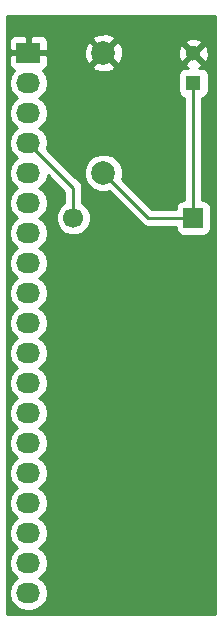
<source format=gtl>
G04 #@! TF.FileFunction,Copper,L1,Top,Signal*
%FSLAX46Y46*%
G04 Gerber Fmt 4.6, Leading zero omitted, Abs format (unit mm)*
G04 Created by KiCad (PCBNEW 4.0.4+e1-6308~48~ubuntu16.04.1-stable) date Fri Nov  4 19:12:26 2016*
%MOMM*%
%LPD*%
G01*
G04 APERTURE LIST*
%ADD10C,0.100000*%
%ADD11R,1.300000X1.300000*%
%ADD12C,1.300000*%
%ADD13C,1.998980*%
%ADD14C,1.699260*%
%ADD15R,1.699260X1.699260*%
%ADD16R,2.032000X1.727200*%
%ADD17O,2.032000X1.727200*%
%ADD18C,0.250000*%
%ADD19C,0.254000*%
G04 APERTURE END LIST*
D10*
D11*
X144780000Y-107950000D03*
D12*
X144780000Y-105450000D03*
D13*
X137160000Y-115570000D03*
X137160000Y-105410000D03*
D14*
X134619480Y-119382540D03*
D15*
X144779480Y-119382540D03*
D16*
X130810000Y-105410000D03*
D17*
X130810000Y-107950000D03*
X130810000Y-110490000D03*
X130810000Y-113030000D03*
X130810000Y-115570000D03*
X130810000Y-118110000D03*
X130810000Y-120650000D03*
X130810000Y-123190000D03*
X130810000Y-125730000D03*
X130810000Y-128270000D03*
X130810000Y-130810000D03*
X130810000Y-133350000D03*
X130810000Y-135890000D03*
X130810000Y-138430000D03*
X130810000Y-140970000D03*
X130810000Y-143510000D03*
X130810000Y-146050000D03*
X130810000Y-148590000D03*
X130810000Y-151130000D03*
D18*
X144779480Y-119382540D02*
X144779480Y-107950520D01*
X144779480Y-107950520D02*
X144780000Y-107950000D01*
X144779480Y-119382540D02*
X140972540Y-119382540D01*
X140972540Y-119382540D02*
X137160000Y-115570000D01*
X144779480Y-107950520D02*
X144780000Y-107950000D01*
X134619480Y-119382540D02*
X134619480Y-116839480D01*
X134619480Y-116839480D02*
X130810000Y-113030000D01*
D19*
G36*
X146610000Y-152960000D02*
X128980000Y-152960000D01*
X128980000Y-107950000D01*
X129126655Y-107950000D01*
X129240729Y-108523489D01*
X129565585Y-109009670D01*
X129880366Y-109220000D01*
X129565585Y-109430330D01*
X129240729Y-109916511D01*
X129126655Y-110490000D01*
X129240729Y-111063489D01*
X129565585Y-111549670D01*
X129880366Y-111760000D01*
X129565585Y-111970330D01*
X129240729Y-112456511D01*
X129126655Y-113030000D01*
X129240729Y-113603489D01*
X129565585Y-114089670D01*
X129880366Y-114300000D01*
X129565585Y-114510330D01*
X129240729Y-114996511D01*
X129126655Y-115570000D01*
X129240729Y-116143489D01*
X129565585Y-116629670D01*
X129880366Y-116840000D01*
X129565585Y-117050330D01*
X129240729Y-117536511D01*
X129126655Y-118110000D01*
X129240729Y-118683489D01*
X129565585Y-119169670D01*
X129880366Y-119380000D01*
X129565585Y-119590330D01*
X129240729Y-120076511D01*
X129126655Y-120650000D01*
X129240729Y-121223489D01*
X129565585Y-121709670D01*
X129880366Y-121920000D01*
X129565585Y-122130330D01*
X129240729Y-122616511D01*
X129126655Y-123190000D01*
X129240729Y-123763489D01*
X129565585Y-124249670D01*
X129880366Y-124460000D01*
X129565585Y-124670330D01*
X129240729Y-125156511D01*
X129126655Y-125730000D01*
X129240729Y-126303489D01*
X129565585Y-126789670D01*
X129880366Y-127000000D01*
X129565585Y-127210330D01*
X129240729Y-127696511D01*
X129126655Y-128270000D01*
X129240729Y-128843489D01*
X129565585Y-129329670D01*
X129880366Y-129540000D01*
X129565585Y-129750330D01*
X129240729Y-130236511D01*
X129126655Y-130810000D01*
X129240729Y-131383489D01*
X129565585Y-131869670D01*
X129880366Y-132080000D01*
X129565585Y-132290330D01*
X129240729Y-132776511D01*
X129126655Y-133350000D01*
X129240729Y-133923489D01*
X129565585Y-134409670D01*
X129880366Y-134620000D01*
X129565585Y-134830330D01*
X129240729Y-135316511D01*
X129126655Y-135890000D01*
X129240729Y-136463489D01*
X129565585Y-136949670D01*
X129880366Y-137160000D01*
X129565585Y-137370330D01*
X129240729Y-137856511D01*
X129126655Y-138430000D01*
X129240729Y-139003489D01*
X129565585Y-139489670D01*
X129880366Y-139700000D01*
X129565585Y-139910330D01*
X129240729Y-140396511D01*
X129126655Y-140970000D01*
X129240729Y-141543489D01*
X129565585Y-142029670D01*
X129880366Y-142240000D01*
X129565585Y-142450330D01*
X129240729Y-142936511D01*
X129126655Y-143510000D01*
X129240729Y-144083489D01*
X129565585Y-144569670D01*
X129880366Y-144780000D01*
X129565585Y-144990330D01*
X129240729Y-145476511D01*
X129126655Y-146050000D01*
X129240729Y-146623489D01*
X129565585Y-147109670D01*
X129880366Y-147320000D01*
X129565585Y-147530330D01*
X129240729Y-148016511D01*
X129126655Y-148590000D01*
X129240729Y-149163489D01*
X129565585Y-149649670D01*
X129880366Y-149860000D01*
X129565585Y-150070330D01*
X129240729Y-150556511D01*
X129126655Y-151130000D01*
X129240729Y-151703489D01*
X129565585Y-152189670D01*
X130051766Y-152514526D01*
X130625255Y-152628600D01*
X130994745Y-152628600D01*
X131568234Y-152514526D01*
X132054415Y-152189670D01*
X132379271Y-151703489D01*
X132493345Y-151130000D01*
X132379271Y-150556511D01*
X132054415Y-150070330D01*
X131739634Y-149860000D01*
X132054415Y-149649670D01*
X132379271Y-149163489D01*
X132493345Y-148590000D01*
X132379271Y-148016511D01*
X132054415Y-147530330D01*
X131739634Y-147320000D01*
X132054415Y-147109670D01*
X132379271Y-146623489D01*
X132493345Y-146050000D01*
X132379271Y-145476511D01*
X132054415Y-144990330D01*
X131739634Y-144780000D01*
X132054415Y-144569670D01*
X132379271Y-144083489D01*
X132493345Y-143510000D01*
X132379271Y-142936511D01*
X132054415Y-142450330D01*
X131739634Y-142240000D01*
X132054415Y-142029670D01*
X132379271Y-141543489D01*
X132493345Y-140970000D01*
X132379271Y-140396511D01*
X132054415Y-139910330D01*
X131739634Y-139700000D01*
X132054415Y-139489670D01*
X132379271Y-139003489D01*
X132493345Y-138430000D01*
X132379271Y-137856511D01*
X132054415Y-137370330D01*
X131739634Y-137160000D01*
X132054415Y-136949670D01*
X132379271Y-136463489D01*
X132493345Y-135890000D01*
X132379271Y-135316511D01*
X132054415Y-134830330D01*
X131739634Y-134620000D01*
X132054415Y-134409670D01*
X132379271Y-133923489D01*
X132493345Y-133350000D01*
X132379271Y-132776511D01*
X132054415Y-132290330D01*
X131739634Y-132080000D01*
X132054415Y-131869670D01*
X132379271Y-131383489D01*
X132493345Y-130810000D01*
X132379271Y-130236511D01*
X132054415Y-129750330D01*
X131739634Y-129540000D01*
X132054415Y-129329670D01*
X132379271Y-128843489D01*
X132493345Y-128270000D01*
X132379271Y-127696511D01*
X132054415Y-127210330D01*
X131739634Y-127000000D01*
X132054415Y-126789670D01*
X132379271Y-126303489D01*
X132493345Y-125730000D01*
X132379271Y-125156511D01*
X132054415Y-124670330D01*
X131739634Y-124460000D01*
X132054415Y-124249670D01*
X132379271Y-123763489D01*
X132493345Y-123190000D01*
X132379271Y-122616511D01*
X132054415Y-122130330D01*
X131739634Y-121920000D01*
X132054415Y-121709670D01*
X132379271Y-121223489D01*
X132493345Y-120650000D01*
X132379271Y-120076511D01*
X132054415Y-119590330D01*
X131739634Y-119380000D01*
X132054415Y-119169670D01*
X132379271Y-118683489D01*
X132493345Y-118110000D01*
X132379271Y-117536511D01*
X132054415Y-117050330D01*
X131739634Y-116840000D01*
X132054415Y-116629670D01*
X132379271Y-116143489D01*
X132457152Y-115751954D01*
X133859480Y-117154282D01*
X133859480Y-118090193D01*
X133779603Y-118123198D01*
X133361606Y-118540466D01*
X133135108Y-119085933D01*
X133134592Y-119676556D01*
X133360138Y-120222417D01*
X133777406Y-120640414D01*
X134322873Y-120866912D01*
X134913496Y-120867428D01*
X135459357Y-120641882D01*
X135877354Y-120224614D01*
X136103852Y-119679147D01*
X136104368Y-119088524D01*
X135878822Y-118542663D01*
X135461554Y-118124666D01*
X135379480Y-118090586D01*
X135379480Y-116839480D01*
X135321628Y-116548641D01*
X135321628Y-116548640D01*
X135156881Y-116302079D01*
X134748496Y-115893694D01*
X135525226Y-115893694D01*
X135773538Y-116494655D01*
X136232927Y-116954846D01*
X136833453Y-117204206D01*
X137483694Y-117204774D01*
X137650889Y-117135691D01*
X140435139Y-119919941D01*
X140681701Y-120084688D01*
X140972540Y-120142540D01*
X143282410Y-120142540D01*
X143282410Y-120232170D01*
X143326688Y-120467487D01*
X143465760Y-120683611D01*
X143677960Y-120828601D01*
X143929850Y-120879610D01*
X145629110Y-120879610D01*
X145864427Y-120835332D01*
X146080551Y-120696260D01*
X146225541Y-120484060D01*
X146276550Y-120232170D01*
X146276550Y-118532910D01*
X146232272Y-118297593D01*
X146093200Y-118081469D01*
X145881000Y-117936479D01*
X145629110Y-117885470D01*
X145539480Y-117885470D01*
X145539480Y-109226840D01*
X145665317Y-109203162D01*
X145881441Y-109064090D01*
X146026431Y-108851890D01*
X146077440Y-108600000D01*
X146077440Y-107300000D01*
X146033162Y-107064683D01*
X145894090Y-106848559D01*
X145681890Y-106703569D01*
X145430000Y-106652560D01*
X145267615Y-106652560D01*
X145443729Y-106579611D01*
X145499410Y-106349016D01*
X144780000Y-105629605D01*
X144060590Y-106349016D01*
X144116271Y-106579611D01*
X144325902Y-106652560D01*
X144130000Y-106652560D01*
X143894683Y-106696838D01*
X143678559Y-106835910D01*
X143533569Y-107048110D01*
X143482560Y-107300000D01*
X143482560Y-108600000D01*
X143526838Y-108835317D01*
X143665910Y-109051441D01*
X143878110Y-109196431D01*
X144019480Y-109225059D01*
X144019480Y-117885470D01*
X143929850Y-117885470D01*
X143694533Y-117929748D01*
X143478409Y-118068820D01*
X143333419Y-118281020D01*
X143282410Y-118532910D01*
X143282410Y-118622540D01*
X141287342Y-118622540D01*
X138725885Y-116061083D01*
X138794206Y-115896547D01*
X138794774Y-115246306D01*
X138546462Y-114645345D01*
X138087073Y-114185154D01*
X137486547Y-113935794D01*
X136836306Y-113935226D01*
X136235345Y-114183538D01*
X135775154Y-114642927D01*
X135525794Y-115243453D01*
X135525226Y-115893694D01*
X134748496Y-115893694D01*
X132392381Y-113537579D01*
X132493345Y-113030000D01*
X132379271Y-112456511D01*
X132054415Y-111970330D01*
X131739634Y-111760000D01*
X132054415Y-111549670D01*
X132379271Y-111063489D01*
X132493345Y-110490000D01*
X132379271Y-109916511D01*
X132054415Y-109430330D01*
X131739634Y-109220000D01*
X132054415Y-109009670D01*
X132379271Y-108523489D01*
X132493345Y-107950000D01*
X132379271Y-107376511D01*
X132054415Y-106890330D01*
X132032220Y-106875500D01*
X132185699Y-106811927D01*
X132364327Y-106633298D01*
X132393792Y-106562163D01*
X136187443Y-106562163D01*
X136286042Y-106828965D01*
X136895582Y-107055401D01*
X137545377Y-107031341D01*
X138033958Y-106828965D01*
X138132557Y-106562163D01*
X137160000Y-105589605D01*
X136187443Y-106562163D01*
X132393792Y-106562163D01*
X132461000Y-106399909D01*
X132461000Y-105695750D01*
X132302250Y-105537000D01*
X130937000Y-105537000D01*
X130937000Y-105557000D01*
X130683000Y-105557000D01*
X130683000Y-105537000D01*
X129317750Y-105537000D01*
X129159000Y-105695750D01*
X129159000Y-106399909D01*
X129255673Y-106633298D01*
X129434301Y-106811927D01*
X129587780Y-106875500D01*
X129565585Y-106890330D01*
X129240729Y-107376511D01*
X129126655Y-107950000D01*
X128980000Y-107950000D01*
X128980000Y-104420091D01*
X129159000Y-104420091D01*
X129159000Y-105124250D01*
X129317750Y-105283000D01*
X130683000Y-105283000D01*
X130683000Y-104070150D01*
X130937000Y-104070150D01*
X130937000Y-105283000D01*
X132302250Y-105283000D01*
X132439668Y-105145582D01*
X135514599Y-105145582D01*
X135538659Y-105795377D01*
X135741035Y-106283958D01*
X136007837Y-106382557D01*
X136980395Y-105410000D01*
X137339605Y-105410000D01*
X138312163Y-106382557D01*
X138578965Y-106283958D01*
X138805401Y-105674418D01*
X138790393Y-105269078D01*
X143482378Y-105269078D01*
X143511917Y-105779428D01*
X143650389Y-106113729D01*
X143880984Y-106169410D01*
X144600395Y-105450000D01*
X144959605Y-105450000D01*
X145679016Y-106169410D01*
X145909611Y-106113729D01*
X146077622Y-105630922D01*
X146048083Y-105120572D01*
X145909611Y-104786271D01*
X145679016Y-104730590D01*
X144959605Y-105450000D01*
X144600395Y-105450000D01*
X143880984Y-104730590D01*
X143650389Y-104786271D01*
X143482378Y-105269078D01*
X138790393Y-105269078D01*
X138781341Y-105024623D01*
X138585155Y-104550984D01*
X144060590Y-104550984D01*
X144780000Y-105270395D01*
X145499410Y-104550984D01*
X145443729Y-104320389D01*
X144960922Y-104152378D01*
X144450572Y-104181917D01*
X144116271Y-104320389D01*
X144060590Y-104550984D01*
X138585155Y-104550984D01*
X138578965Y-104536042D01*
X138312163Y-104437443D01*
X137339605Y-105410000D01*
X136980395Y-105410000D01*
X136007837Y-104437443D01*
X135741035Y-104536042D01*
X135514599Y-105145582D01*
X132439668Y-105145582D01*
X132461000Y-105124250D01*
X132461000Y-104420091D01*
X132393793Y-104257837D01*
X136187443Y-104257837D01*
X137160000Y-105230395D01*
X138132557Y-104257837D01*
X138033958Y-103991035D01*
X137424418Y-103764599D01*
X136774623Y-103788659D01*
X136286042Y-103991035D01*
X136187443Y-104257837D01*
X132393793Y-104257837D01*
X132364327Y-104186702D01*
X132185699Y-104008073D01*
X131952310Y-103911400D01*
X131095750Y-103911400D01*
X130937000Y-104070150D01*
X130683000Y-104070150D01*
X130524250Y-103911400D01*
X129667690Y-103911400D01*
X129434301Y-104008073D01*
X129255673Y-104186702D01*
X129159000Y-104420091D01*
X128980000Y-104420091D01*
X128980000Y-102310000D01*
X146610000Y-102310000D01*
X146610000Y-152960000D01*
X146610000Y-152960000D01*
G37*
X146610000Y-152960000D02*
X128980000Y-152960000D01*
X128980000Y-107950000D01*
X129126655Y-107950000D01*
X129240729Y-108523489D01*
X129565585Y-109009670D01*
X129880366Y-109220000D01*
X129565585Y-109430330D01*
X129240729Y-109916511D01*
X129126655Y-110490000D01*
X129240729Y-111063489D01*
X129565585Y-111549670D01*
X129880366Y-111760000D01*
X129565585Y-111970330D01*
X129240729Y-112456511D01*
X129126655Y-113030000D01*
X129240729Y-113603489D01*
X129565585Y-114089670D01*
X129880366Y-114300000D01*
X129565585Y-114510330D01*
X129240729Y-114996511D01*
X129126655Y-115570000D01*
X129240729Y-116143489D01*
X129565585Y-116629670D01*
X129880366Y-116840000D01*
X129565585Y-117050330D01*
X129240729Y-117536511D01*
X129126655Y-118110000D01*
X129240729Y-118683489D01*
X129565585Y-119169670D01*
X129880366Y-119380000D01*
X129565585Y-119590330D01*
X129240729Y-120076511D01*
X129126655Y-120650000D01*
X129240729Y-121223489D01*
X129565585Y-121709670D01*
X129880366Y-121920000D01*
X129565585Y-122130330D01*
X129240729Y-122616511D01*
X129126655Y-123190000D01*
X129240729Y-123763489D01*
X129565585Y-124249670D01*
X129880366Y-124460000D01*
X129565585Y-124670330D01*
X129240729Y-125156511D01*
X129126655Y-125730000D01*
X129240729Y-126303489D01*
X129565585Y-126789670D01*
X129880366Y-127000000D01*
X129565585Y-127210330D01*
X129240729Y-127696511D01*
X129126655Y-128270000D01*
X129240729Y-128843489D01*
X129565585Y-129329670D01*
X129880366Y-129540000D01*
X129565585Y-129750330D01*
X129240729Y-130236511D01*
X129126655Y-130810000D01*
X129240729Y-131383489D01*
X129565585Y-131869670D01*
X129880366Y-132080000D01*
X129565585Y-132290330D01*
X129240729Y-132776511D01*
X129126655Y-133350000D01*
X129240729Y-133923489D01*
X129565585Y-134409670D01*
X129880366Y-134620000D01*
X129565585Y-134830330D01*
X129240729Y-135316511D01*
X129126655Y-135890000D01*
X129240729Y-136463489D01*
X129565585Y-136949670D01*
X129880366Y-137160000D01*
X129565585Y-137370330D01*
X129240729Y-137856511D01*
X129126655Y-138430000D01*
X129240729Y-139003489D01*
X129565585Y-139489670D01*
X129880366Y-139700000D01*
X129565585Y-139910330D01*
X129240729Y-140396511D01*
X129126655Y-140970000D01*
X129240729Y-141543489D01*
X129565585Y-142029670D01*
X129880366Y-142240000D01*
X129565585Y-142450330D01*
X129240729Y-142936511D01*
X129126655Y-143510000D01*
X129240729Y-144083489D01*
X129565585Y-144569670D01*
X129880366Y-144780000D01*
X129565585Y-144990330D01*
X129240729Y-145476511D01*
X129126655Y-146050000D01*
X129240729Y-146623489D01*
X129565585Y-147109670D01*
X129880366Y-147320000D01*
X129565585Y-147530330D01*
X129240729Y-148016511D01*
X129126655Y-148590000D01*
X129240729Y-149163489D01*
X129565585Y-149649670D01*
X129880366Y-149860000D01*
X129565585Y-150070330D01*
X129240729Y-150556511D01*
X129126655Y-151130000D01*
X129240729Y-151703489D01*
X129565585Y-152189670D01*
X130051766Y-152514526D01*
X130625255Y-152628600D01*
X130994745Y-152628600D01*
X131568234Y-152514526D01*
X132054415Y-152189670D01*
X132379271Y-151703489D01*
X132493345Y-151130000D01*
X132379271Y-150556511D01*
X132054415Y-150070330D01*
X131739634Y-149860000D01*
X132054415Y-149649670D01*
X132379271Y-149163489D01*
X132493345Y-148590000D01*
X132379271Y-148016511D01*
X132054415Y-147530330D01*
X131739634Y-147320000D01*
X132054415Y-147109670D01*
X132379271Y-146623489D01*
X132493345Y-146050000D01*
X132379271Y-145476511D01*
X132054415Y-144990330D01*
X131739634Y-144780000D01*
X132054415Y-144569670D01*
X132379271Y-144083489D01*
X132493345Y-143510000D01*
X132379271Y-142936511D01*
X132054415Y-142450330D01*
X131739634Y-142240000D01*
X132054415Y-142029670D01*
X132379271Y-141543489D01*
X132493345Y-140970000D01*
X132379271Y-140396511D01*
X132054415Y-139910330D01*
X131739634Y-139700000D01*
X132054415Y-139489670D01*
X132379271Y-139003489D01*
X132493345Y-138430000D01*
X132379271Y-137856511D01*
X132054415Y-137370330D01*
X131739634Y-137160000D01*
X132054415Y-136949670D01*
X132379271Y-136463489D01*
X132493345Y-135890000D01*
X132379271Y-135316511D01*
X132054415Y-134830330D01*
X131739634Y-134620000D01*
X132054415Y-134409670D01*
X132379271Y-133923489D01*
X132493345Y-133350000D01*
X132379271Y-132776511D01*
X132054415Y-132290330D01*
X131739634Y-132080000D01*
X132054415Y-131869670D01*
X132379271Y-131383489D01*
X132493345Y-130810000D01*
X132379271Y-130236511D01*
X132054415Y-129750330D01*
X131739634Y-129540000D01*
X132054415Y-129329670D01*
X132379271Y-128843489D01*
X132493345Y-128270000D01*
X132379271Y-127696511D01*
X132054415Y-127210330D01*
X131739634Y-127000000D01*
X132054415Y-126789670D01*
X132379271Y-126303489D01*
X132493345Y-125730000D01*
X132379271Y-125156511D01*
X132054415Y-124670330D01*
X131739634Y-124460000D01*
X132054415Y-124249670D01*
X132379271Y-123763489D01*
X132493345Y-123190000D01*
X132379271Y-122616511D01*
X132054415Y-122130330D01*
X131739634Y-121920000D01*
X132054415Y-121709670D01*
X132379271Y-121223489D01*
X132493345Y-120650000D01*
X132379271Y-120076511D01*
X132054415Y-119590330D01*
X131739634Y-119380000D01*
X132054415Y-119169670D01*
X132379271Y-118683489D01*
X132493345Y-118110000D01*
X132379271Y-117536511D01*
X132054415Y-117050330D01*
X131739634Y-116840000D01*
X132054415Y-116629670D01*
X132379271Y-116143489D01*
X132457152Y-115751954D01*
X133859480Y-117154282D01*
X133859480Y-118090193D01*
X133779603Y-118123198D01*
X133361606Y-118540466D01*
X133135108Y-119085933D01*
X133134592Y-119676556D01*
X133360138Y-120222417D01*
X133777406Y-120640414D01*
X134322873Y-120866912D01*
X134913496Y-120867428D01*
X135459357Y-120641882D01*
X135877354Y-120224614D01*
X136103852Y-119679147D01*
X136104368Y-119088524D01*
X135878822Y-118542663D01*
X135461554Y-118124666D01*
X135379480Y-118090586D01*
X135379480Y-116839480D01*
X135321628Y-116548641D01*
X135321628Y-116548640D01*
X135156881Y-116302079D01*
X134748496Y-115893694D01*
X135525226Y-115893694D01*
X135773538Y-116494655D01*
X136232927Y-116954846D01*
X136833453Y-117204206D01*
X137483694Y-117204774D01*
X137650889Y-117135691D01*
X140435139Y-119919941D01*
X140681701Y-120084688D01*
X140972540Y-120142540D01*
X143282410Y-120142540D01*
X143282410Y-120232170D01*
X143326688Y-120467487D01*
X143465760Y-120683611D01*
X143677960Y-120828601D01*
X143929850Y-120879610D01*
X145629110Y-120879610D01*
X145864427Y-120835332D01*
X146080551Y-120696260D01*
X146225541Y-120484060D01*
X146276550Y-120232170D01*
X146276550Y-118532910D01*
X146232272Y-118297593D01*
X146093200Y-118081469D01*
X145881000Y-117936479D01*
X145629110Y-117885470D01*
X145539480Y-117885470D01*
X145539480Y-109226840D01*
X145665317Y-109203162D01*
X145881441Y-109064090D01*
X146026431Y-108851890D01*
X146077440Y-108600000D01*
X146077440Y-107300000D01*
X146033162Y-107064683D01*
X145894090Y-106848559D01*
X145681890Y-106703569D01*
X145430000Y-106652560D01*
X145267615Y-106652560D01*
X145443729Y-106579611D01*
X145499410Y-106349016D01*
X144780000Y-105629605D01*
X144060590Y-106349016D01*
X144116271Y-106579611D01*
X144325902Y-106652560D01*
X144130000Y-106652560D01*
X143894683Y-106696838D01*
X143678559Y-106835910D01*
X143533569Y-107048110D01*
X143482560Y-107300000D01*
X143482560Y-108600000D01*
X143526838Y-108835317D01*
X143665910Y-109051441D01*
X143878110Y-109196431D01*
X144019480Y-109225059D01*
X144019480Y-117885470D01*
X143929850Y-117885470D01*
X143694533Y-117929748D01*
X143478409Y-118068820D01*
X143333419Y-118281020D01*
X143282410Y-118532910D01*
X143282410Y-118622540D01*
X141287342Y-118622540D01*
X138725885Y-116061083D01*
X138794206Y-115896547D01*
X138794774Y-115246306D01*
X138546462Y-114645345D01*
X138087073Y-114185154D01*
X137486547Y-113935794D01*
X136836306Y-113935226D01*
X136235345Y-114183538D01*
X135775154Y-114642927D01*
X135525794Y-115243453D01*
X135525226Y-115893694D01*
X134748496Y-115893694D01*
X132392381Y-113537579D01*
X132493345Y-113030000D01*
X132379271Y-112456511D01*
X132054415Y-111970330D01*
X131739634Y-111760000D01*
X132054415Y-111549670D01*
X132379271Y-111063489D01*
X132493345Y-110490000D01*
X132379271Y-109916511D01*
X132054415Y-109430330D01*
X131739634Y-109220000D01*
X132054415Y-109009670D01*
X132379271Y-108523489D01*
X132493345Y-107950000D01*
X132379271Y-107376511D01*
X132054415Y-106890330D01*
X132032220Y-106875500D01*
X132185699Y-106811927D01*
X132364327Y-106633298D01*
X132393792Y-106562163D01*
X136187443Y-106562163D01*
X136286042Y-106828965D01*
X136895582Y-107055401D01*
X137545377Y-107031341D01*
X138033958Y-106828965D01*
X138132557Y-106562163D01*
X137160000Y-105589605D01*
X136187443Y-106562163D01*
X132393792Y-106562163D01*
X132461000Y-106399909D01*
X132461000Y-105695750D01*
X132302250Y-105537000D01*
X130937000Y-105537000D01*
X130937000Y-105557000D01*
X130683000Y-105557000D01*
X130683000Y-105537000D01*
X129317750Y-105537000D01*
X129159000Y-105695750D01*
X129159000Y-106399909D01*
X129255673Y-106633298D01*
X129434301Y-106811927D01*
X129587780Y-106875500D01*
X129565585Y-106890330D01*
X129240729Y-107376511D01*
X129126655Y-107950000D01*
X128980000Y-107950000D01*
X128980000Y-104420091D01*
X129159000Y-104420091D01*
X129159000Y-105124250D01*
X129317750Y-105283000D01*
X130683000Y-105283000D01*
X130683000Y-104070150D01*
X130937000Y-104070150D01*
X130937000Y-105283000D01*
X132302250Y-105283000D01*
X132439668Y-105145582D01*
X135514599Y-105145582D01*
X135538659Y-105795377D01*
X135741035Y-106283958D01*
X136007837Y-106382557D01*
X136980395Y-105410000D01*
X137339605Y-105410000D01*
X138312163Y-106382557D01*
X138578965Y-106283958D01*
X138805401Y-105674418D01*
X138790393Y-105269078D01*
X143482378Y-105269078D01*
X143511917Y-105779428D01*
X143650389Y-106113729D01*
X143880984Y-106169410D01*
X144600395Y-105450000D01*
X144959605Y-105450000D01*
X145679016Y-106169410D01*
X145909611Y-106113729D01*
X146077622Y-105630922D01*
X146048083Y-105120572D01*
X145909611Y-104786271D01*
X145679016Y-104730590D01*
X144959605Y-105450000D01*
X144600395Y-105450000D01*
X143880984Y-104730590D01*
X143650389Y-104786271D01*
X143482378Y-105269078D01*
X138790393Y-105269078D01*
X138781341Y-105024623D01*
X138585155Y-104550984D01*
X144060590Y-104550984D01*
X144780000Y-105270395D01*
X145499410Y-104550984D01*
X145443729Y-104320389D01*
X144960922Y-104152378D01*
X144450572Y-104181917D01*
X144116271Y-104320389D01*
X144060590Y-104550984D01*
X138585155Y-104550984D01*
X138578965Y-104536042D01*
X138312163Y-104437443D01*
X137339605Y-105410000D01*
X136980395Y-105410000D01*
X136007837Y-104437443D01*
X135741035Y-104536042D01*
X135514599Y-105145582D01*
X132439668Y-105145582D01*
X132461000Y-105124250D01*
X132461000Y-104420091D01*
X132393793Y-104257837D01*
X136187443Y-104257837D01*
X137160000Y-105230395D01*
X138132557Y-104257837D01*
X138033958Y-103991035D01*
X137424418Y-103764599D01*
X136774623Y-103788659D01*
X136286042Y-103991035D01*
X136187443Y-104257837D01*
X132393793Y-104257837D01*
X132364327Y-104186702D01*
X132185699Y-104008073D01*
X131952310Y-103911400D01*
X131095750Y-103911400D01*
X130937000Y-104070150D01*
X130683000Y-104070150D01*
X130524250Y-103911400D01*
X129667690Y-103911400D01*
X129434301Y-104008073D01*
X129255673Y-104186702D01*
X129159000Y-104420091D01*
X128980000Y-104420091D01*
X128980000Y-102310000D01*
X146610000Y-102310000D01*
X146610000Y-152960000D01*
M02*

</source>
